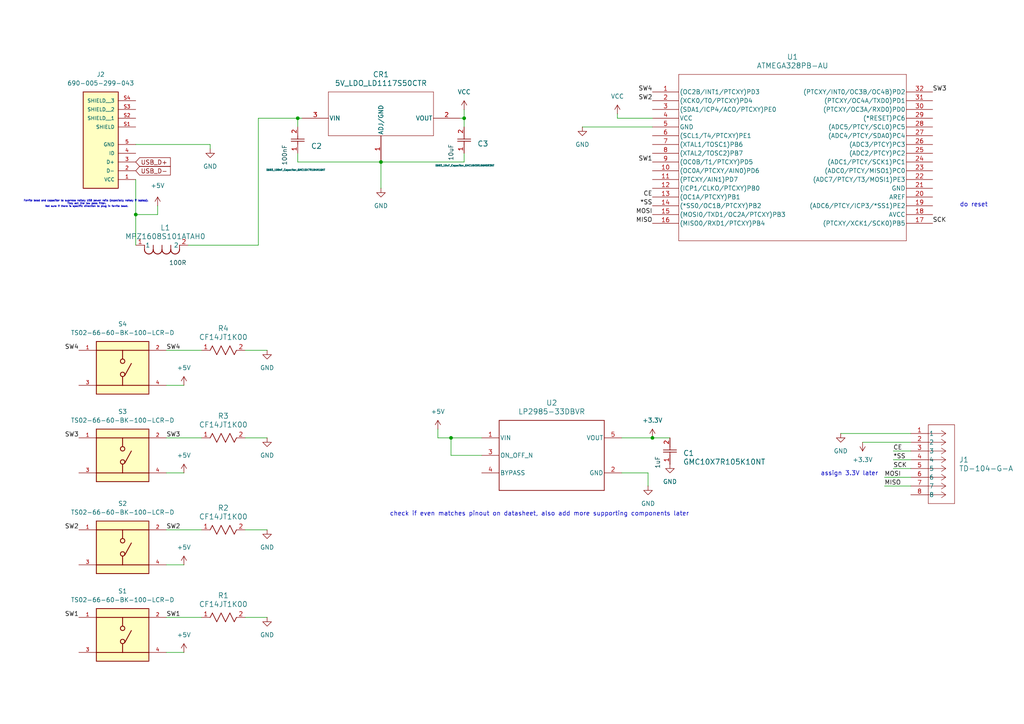
<source format=kicad_sch>
(kicad_sch (version 20231120) (generator "eeschema") (generator_version "8.0")
  (paper "A4")
  (lib_symbols
    (symbol "0603_1uF_X7R_Capacitor:GMC10X7R105K10NT" (pin_names (offset 0.254))
      (property "Reference" "C" (at 3.81 3.81 0))
      (property "Value" "GMC10X7R105K10NT" (at 3.81 -3.81 0))
      (symbol "GMC10X7R105K10NT_1_1"
        (polyline (pts (xy 2.54 0) (xy 3.4798 0)) (stroke (width 0.2032)))
        (polyline (pts (xy 3.4798 -1.905) (xy 3.4798 1.905)) (stroke (width 0.2032)))
        (polyline (pts (xy 4.1148 -1.905) (xy 4.1148 1.905)) (stroke (width 0.2032)))
        (polyline (pts (xy 4.1148 0) (xy 5.08 0)) (stroke (width 0.2032)))
        (text "1uF" (at 0.508 3.556 0) (effects (font (size 1.27 1.27))))
        (pin unspecified line (at 0 0 0) (length 2.54) (name "") (number "1"))
        (pin unspecified line (at 7.62 0 180) (length 2.54) (name "") (number "2"))
      )
      (symbol "GMC10X7R105K10NT_1_2"
        (polyline (pts (xy -1.905 -4.1148) (xy 1.905 -4.1148)) (stroke (width 0.2032)))
        (polyline (pts (xy -1.905 -3.4798) (xy 1.905 -3.4798)) (stroke (width 0.2032)))
        (polyline (pts (xy 0 -4.1148) (xy 0 -5.08)) (stroke (width 0.2032)))
        (polyline (pts (xy 0 -2.54) (xy 0 -3.4798)) (stroke (width 0.2032)))
        (pin unspecified line (at 0 0 270) (length 2.54) (name "") (number "1"))
        (pin unspecified line (at 0 -7.62 90) (length 2.54) (name "") (number "2"))
      )
    )
    (symbol "1000R_Resistor:CF14JT1K00" (pin_names (offset 0.254))
      (property "Reference" "R" (at 5.715 3.81 0))
      (property "Value" "CF14JT1K00" (at 6.35 -3.81 0))
      (symbol "CF14JT1K00_1_1"
        (polyline (pts (xy 2.54 0) (xy 3.175 1.27)) (stroke (width 0.2032)))
        (polyline (pts (xy 3.175 1.27) (xy 4.445 -1.27)) (stroke (width 0.2032)))
        (polyline (pts (xy 4.445 -1.27) (xy 5.715 1.27)) (stroke (width 0.2032)))
        (polyline (pts (xy 5.715 1.27) (xy 6.985 -1.27)) (stroke (width 0.2032)))
        (polyline (pts (xy 6.985 -1.27) (xy 8.255 1.27)) (stroke (width 0.2032)))
        (polyline (pts (xy 8.255 1.27) (xy 9.525 -1.27)) (stroke (width 0.2032)))
        (polyline (pts (xy 9.525 -1.27) (xy 10.16 0)) (stroke (width 0.2032)))
        (pin unspecified line (at 0 0 0) (length 2.54) (name "") (number "1"))
        (pin unspecified line (at 12.7 0 180) (length 2.54) (name "") (number "2"))
      )
      (symbol "CF14JT1K00_1_2"
        (polyline (pts (xy -1.27 3.175) (xy 1.27 4.445)) (stroke (width 0.2032)))
        (polyline (pts (xy -1.27 5.715) (xy 1.27 6.985)) (stroke (width 0.2032)))
        (polyline (pts (xy -1.27 8.255) (xy 1.27 9.525)) (stroke (width 0.2032)))
        (polyline (pts (xy 0 2.54) (xy -1.27 3.175)) (stroke (width 0.2032)))
        (polyline (pts (xy 1.27 4.445) (xy -1.27 5.715)) (stroke (width 0.2032)))
        (polyline (pts (xy 1.27 6.985) (xy -1.27 8.255)) (stroke (width 0.2032)))
        (polyline (pts (xy 1.27 9.525) (xy 0 10.16)) (stroke (width 0.2032)))
        (pin unspecified line (at 0 12.7 270) (length 2.54) (name "") (number "1"))
        (pin unspecified line (at 0 0 90) (length 2.54) (name "") (number "2"))
      )
    )
    (symbol "2_by_4_pin_header_TD-104-G-A:TD-104-G-A" (pin_names (offset 0.254))
      (property "Reference" "J" (at 8.89 6.35 0))
      (property "Value" "TD-104-G-A" (at -0.762 4.572 0))
      (symbol "TD-104-G-A_1_1"
        (polyline (pts (xy 5.08 -20.32) (xy 12.7 -20.32)) (stroke (width 0.127)))
        (polyline (pts (xy 5.08 2.54) (xy 5.08 -20.32)) (stroke (width 0.127)))
        (polyline (pts (xy 10.16 -17.78) (xy 5.08 -17.78)) (stroke (width 0.127)))
        (polyline (pts (xy 10.16 -17.78) (xy 8.89 -18.6267)) (stroke (width 0.127)))
        (polyline (pts (xy 10.16 -17.78) (xy 8.89 -16.9333)) (stroke (width 0.127)))
        (polyline (pts (xy 10.16 -15.24) (xy 5.08 -15.24)) (stroke (width 0.127)))
        (polyline (pts (xy 10.16 -15.24) (xy 8.89 -16.0867)) (stroke (width 0.127)))
        (polyline (pts (xy 10.16 -15.24) (xy 8.89 -14.3933)) (stroke (width 0.127)))
        (polyline (pts (xy 10.16 -12.7) (xy 5.08 -12.7)) (stroke (width 0.127)))
        (polyline (pts (xy 10.16 -12.7) (xy 8.89 -13.5467)) (stroke (width 0.127)))
        (polyline (pts (xy 10.16 -12.7) (xy 8.89 -11.8533)) (stroke (width 0.127)))
        (polyline (pts (xy 10.16 -10.16) (xy 5.08 -10.16)) (stroke (width 0.127)))
        (polyline (pts (xy 10.16 -10.16) (xy 8.89 -11.0067)) (stroke (width 0.127)))
        (polyline (pts (xy 10.16 -10.16) (xy 8.89 -9.3133)) (stroke (width 0.127)))
        (polyline (pts (xy 10.16 -7.62) (xy 5.08 -7.62)) (stroke (width 0.127)))
        (polyline (pts (xy 10.16 -7.62) (xy 8.89 -8.4667)) (stroke (width 0.127)))
        (polyline (pts (xy 10.16 -7.62) (xy 8.89 -6.7733)) (stroke (width 0.127)))
        (polyline (pts (xy 10.16 -5.08) (xy 5.08 -5.08)) (stroke (width 0.127)))
        (polyline (pts (xy 10.16 -5.08) (xy 8.89 -5.9267)) (stroke (width 0.127)))
        (polyline (pts (xy 10.16 -5.08) (xy 8.89 -4.2333)) (stroke (width 0.127)))
        (polyline (pts (xy 10.16 -2.54) (xy 5.08 -2.54)) (stroke (width 0.127)))
        (polyline (pts (xy 10.16 -2.54) (xy 8.89 -3.3867)) (stroke (width 0.127)))
        (polyline (pts (xy 10.16 -2.54) (xy 8.89 -1.6933)) (stroke (width 0.127)))
        (polyline (pts (xy 10.16 0) (xy 5.08 0)) (stroke (width 0.127)))
        (polyline (pts (xy 10.16 0) (xy 8.89 -0.8467)) (stroke (width 0.127)))
        (polyline (pts (xy 10.16 0) (xy 8.89 0.8467)) (stroke (width 0.127)))
        (polyline (pts (xy 12.7 -20.32) (xy 12.7 2.54)) (stroke (width 0.127)))
        (polyline (pts (xy 12.7 2.54) (xy 5.08 2.54)) (stroke (width 0.127)))
        (pin unspecified line (at 0 0 0) (length 5.08) (name "1") (number "1"))
        (pin unspecified line (at 0 -2.54 0) (length 5.08) (name "2") (number "2"))
        (pin unspecified line (at 0 -5.08 0) (length 5.08) (name "3") (number "3"))
        (pin unspecified line (at 0 -7.62 0) (length 5.08) (name "4") (number "4"))
        (pin unspecified line (at 0 -10.16 0) (length 5.08) (name "5") (number "5"))
        (pin unspecified line (at 0 -12.7 0) (length 5.08) (name "6") (number "6"))
        (pin unspecified line (at 0 -15.24 0) (length 5.08) (name "7") (number "7"))
        (pin unspecified line (at 0 -17.78 0) (length 5.08) (name "8") (number "8"))
      )
      (symbol "TD-104-G-A_1_2"
        (polyline (pts (xy 5.08 -20.32) (xy 12.7 -20.32)) (stroke (width 0.127)))
        (polyline (pts (xy 5.08 2.54) (xy 5.08 -20.32)) (stroke (width 0.127)))
        (polyline (pts (xy 7.62 -17.78) (xy 5.08 -17.78)) (stroke (width 0.127)))
        (polyline (pts (xy 7.62 -17.78) (xy 8.89 -18.6267)) (stroke (width 0.127)))
        (polyline (pts (xy 7.62 -17.78) (xy 8.89 -16.9333)) (stroke (width 0.127)))
        (polyline (pts (xy 7.62 -15.24) (xy 5.08 -15.24)) (stroke (width 0.127)))
        (polyline (pts (xy 7.62 -15.24) (xy 8.89 -16.0867)) (stroke (width 0.127)))
        (polyline (pts (xy 7.62 -15.24) (xy 8.89 -14.3933)) (stroke (width 0.127)))
        (polyline (pts (xy 7.62 -12.7) (xy 5.08 -12.7)) (stroke (width 0.127)))
        (polyline (pts (xy 7.62 -12.7) (xy 8.89 -13.5467)) (stroke (width 0.127)))
        (polyline (pts (xy 7.62 -12.7) (xy 8.89 -11.8533)) (stroke (width 0.127)))
        (polyline (pts (xy 7.62 -10.16) (xy 5.08 -10.16)) (stroke (width 0.127)))
        (polyline (pts (xy 7.62 -10.16) (xy 8.89 -11.0067)) (stroke (width 0.127)))
        (polyline (pts (xy 7.62 -10.16) (xy 8.89 -9.3133)) (stroke (width 0.127)))
        (polyline (pts (xy 7.62 -7.62) (xy 5.08 -7.62)) (stroke (width 0.127)))
        (polyline (pts (xy 7.62 -7.62) (xy 8.89 -8.4667)) (stroke (width 0.127)))
        (polyline (pts (xy 7.62 -7.62) (xy 8.89 -6.7733)) (stroke (width 0.127)))
        (polyline (pts (xy 7.62 -5.08) (xy 5.08 -5.08)) (stroke (width 0.127)))
        (polyline (pts (xy 7.62 -5.08) (xy 8.89 -5.9267)) (stroke (width 0.127)))
        (polyline (pts (xy 7.62 -5.08) (xy 8.89 -4.2333)) (stroke (width 0.127)))
        (polyline (pts (xy 7.62 -2.54) (xy 5.08 -2.54)) (stroke (width 0.127)))
        (polyline (pts (xy 7.62 -2.54) (xy 8.89 -3.3867)) (stroke (width 0.127)))
        (polyline (pts (xy 7.62 -2.54) (xy 8.89 -1.6933)) (stroke (width 0.127)))
        (polyline (pts (xy 7.62 0) (xy 5.08 0)) (stroke (width 0.127)))
        (polyline (pts (xy 7.62 0) (xy 8.89 -0.8467)) (stroke (width 0.127)))
        (polyline (pts (xy 7.62 0) (xy 8.89 0.8467)) (stroke (width 0.127)))
        (polyline (pts (xy 12.7 -20.32) (xy 12.7 2.54)) (stroke (width 0.127)))
        (polyline (pts (xy 12.7 2.54) (xy 5.08 2.54)) (stroke (width 0.127)))
        (pin unspecified line (at 0 0 0) (length 5.08) (name "1") (number "1"))
        (pin unspecified line (at 0 -2.54 0) (length 5.08) (name "2") (number "2"))
        (pin unspecified line (at 0 -5.08 0) (length 5.08) (name "3") (number "3"))
        (pin unspecified line (at 0 -7.62 0) (length 5.08) (name "4") (number "4"))
        (pin unspecified line (at 0 -10.16 0) (length 5.08) (name "5") (number "5"))
        (pin unspecified line (at 0 -12.7 0) (length 5.08) (name "6") (number "6"))
        (pin unspecified line (at 0 -15.24 0) (length 5.08) (name "7") (number "7"))
        (pin unspecified line (at 0 -17.78 0) (length 5.08) (name "8") (number "8"))
      )
    )
    (symbol "5V_to_3.3V_LDO_LP2985_33DBVR:LP2985-33DBVR" (pin_names (offset 0.254))
      (property "Reference" "U" (at 0 2.54 0))
      (property "Value" "LP2985-33DBVR" (at 0 0 0))
      (symbol "LP2985-33DBVR_0_1"
        (polyline (pts (xy -15.24 -10.16) (xy 15.24 -10.16)) (stroke (width 0.2032)))
        (polyline (pts (xy -15.24 10.16) (xy -15.24 -10.16)) (stroke (width 0.2032)))
        (polyline (pts (xy 15.24 -10.16) (xy 15.24 10.16)) (stroke (width 0.2032)))
        (polyline (pts (xy 15.24 10.16) (xy -15.24 10.16)) (stroke (width 0.2032)))
        (pin power_in line (at -20.32 5.08 0) (length 5.08) (name "VIN") (number "1"))
        (pin power_in line (at 20.32 -5.08 180) (length 5.08) (name "GND") (number "2"))
        (pin input line (at -20.32 0 0) (length 5.08) (name "ON_OFF_N") (number "3"))
        (pin unspecified line (at -20.32 -5.08 0) (length 5.08) (name "BYPASS") (number "4"))
        (pin power_in line (at 20.32 5.08 180) (length 5.08) (name "VOUT") (number "5"))
      )
    )
    (symbol "Snapeda:0603_100nF_Capacitor_GMC10X7R104M16NT" (pin_names (offset 0.254))
      (property "Reference" "C" (at 3.81 3.81 0))
      (property "Value" "0603_100nF_Capacitor_GMC10X7R104M16NT" (at 3.81 -3.81 0))
      (symbol "0603_100nF_Capacitor_GMC10X7R104M16NT_1_1"
        (polyline (pts (xy 2.54 0) (xy 3.4798 0)) (stroke (width 0.2032)))
        (polyline (pts (xy 3.4798 -1.905) (xy 3.4798 1.905)) (stroke (width 0.2032)))
        (polyline (pts (xy 4.1148 -1.905) (xy 4.1148 1.905)) (stroke (width 0.2032)))
        (polyline (pts (xy 4.1148 0) (xy 5.08 0)) (stroke (width 0.2032)))
        (text "100nF" (at -0.508 3.81 0) (effects (font (size 1.27 1.27))))
        (pin unspecified line (at 0 0 0) (length 2.54) (name "") (number "1"))
        (pin unspecified line (at 7.62 0 180) (length 2.54) (name "") (number "2"))
      )
      (symbol "0603_100nF_Capacitor_GMC10X7R104M16NT_1_2"
        (polyline (pts (xy -1.905 -4.1148) (xy 1.905 -4.1148)) (stroke (width 0.2032)))
        (polyline (pts (xy -1.905 -3.4798) (xy 1.905 -3.4798)) (stroke (width 0.2032)))
        (polyline (pts (xy 0 -4.1148) (xy 0 -5.08)) (stroke (width 0.2032)))
        (polyline (pts (xy 0 -2.54) (xy 0 -3.4798)) (stroke (width 0.2032)))
        (pin unspecified line (at 0 0 270) (length 2.54) (name "") (number "1"))
        (pin unspecified line (at 0 -7.62 90) (length 2.54) (name "") (number "2"))
      )
    )
    (symbol "Snapeda:0603_10uF_Capacitor_GMC10X5R106M6R3NT" (pin_names (offset 0.254))
      (property "Reference" "C" (at 3.81 3.81 0))
      (property "Value" "0603_10uF_Capacitor_GMC10X5R106M6R3NT" (at 3.81 -3.81 0))
      (symbol "0603_10uF_Capacitor_GMC10X5R106M6R3NT_1_1"
        (polyline (pts (xy 2.54 0) (xy 3.4798 0)) (stroke (width 0.2032)))
        (polyline (pts (xy 3.4798 -1.905) (xy 3.4798 1.905)) (stroke (width 0.2032)))
        (polyline (pts (xy 4.1148 -1.905) (xy 4.1148 1.905)) (stroke (width 0.2032)))
        (polyline (pts (xy 4.1148 0) (xy 5.08 0)) (stroke (width 0.2032)))
        (text "10uF" (at 0.254 3.81 0) (effects (font (size 1.27 1.27))))
        (pin unspecified line (at 0 0 0) (length 2.54) (name "") (number "1"))
        (pin unspecified line (at 7.62 0 180) (length 2.54) (name "") (number "2"))
      )
      (symbol "0603_10uF_Capacitor_GMC10X5R106M6R3NT_1_2"
        (polyline (pts (xy -1.905 -4.1148) (xy 1.905 -4.1148)) (stroke (width 0.2032)))
        (polyline (pts (xy -1.905 -3.4798) (xy 1.905 -3.4798)) (stroke (width 0.2032)))
        (polyline (pts (xy 0 -4.1148) (xy 0 -5.08)) (stroke (width 0.2032)))
        (polyline (pts (xy 0 -2.54) (xy 0 -3.4798)) (stroke (width 0.2032)))
        (pin unspecified line (at 0 0 270) (length 2.54) (name "") (number "1"))
        (pin unspecified line (at 0 -7.62 90) (length 2.54) (name "") (number "2"))
      )
    )
    (symbol "Snapeda:5V_LDO_LD1117S50CTR" (pin_names (offset 0.254))
      (property "Reference" "CR" (at 22.86 10.16 0))
      (property "Value" "5V_LDO_LD1117S50CTR" (at 22.86 7.62 0))
      (symbol "5V_LDO_LD1117S50CTR_0_1"
        (polyline (pts (xy 7.62 -7.62) (xy 38.1 -7.62)) (stroke (width 0.127)))
        (polyline (pts (xy 7.62 5.08) (xy 7.62 -7.62)) (stroke (width 0.127)))
        (polyline (pts (xy 38.1 -7.62) (xy 38.1 5.08)) (stroke (width 0.127)))
        (polyline (pts (xy 38.1 5.08) (xy 7.62 5.08)) (stroke (width 0.127)))
        (pin power_out line (at 22.86 -15.24 90) (length 7.62) (name "ADJ/GND") (number "1"))
        (pin power_in line (at 0 -2.54 0) (length 7.62) (name "VOUT") (number "2"))
        (pin power_in line (at 45.72 -2.54 180) (length 7.62) (name "VIN") (number "3"))
      )
    )
    (symbol "Snapeda:690-005-299-043" (pin_names (offset 1.016))
      (property "Reference" "J" (at -5.08 11.43 0))
      (property "Value" "690-005-299-043" (at -5.08 -19.05 0))
      (symbol "690-005-299-043_0_0"
        (rectangle (start -5.08 -17.78) (end 5.08 10.16) (stroke (width 0.254)) (fill (type background)))
        (pin power_in line (at -10.16 7.62 0) (length 5.08) (name "VCC") (number "1"))
        (pin bidirectional line (at -10.16 5.08 0) (length 5.08) (name "D-") (number "2"))
        (pin bidirectional line (at -10.16 2.54 0) (length 5.08) (name "D+") (number "3"))
        (pin bidirectional line (at -10.16 0 0) (length 5.08) (name "ID") (number "4"))
        (pin power_in line (at -10.16 -2.54 0) (length 5.08) (name "GND") (number "5"))
        (pin passive line (at -10.16 -7.62 0) (length 5.08) (name "SHIELD") (number "S1"))
        (pin passive line (at -10.16 -10.16 0) (length 5.08) (name "SHIELD__1") (number "S2"))
        (pin passive line (at -10.16 -12.7 0) (length 5.08) (name "SHIELD__2") (number "S3"))
        (pin passive line (at -10.16 -15.24 0) (length 5.08) (name "SHIELD__3") (number "S4"))
      )
    )
    (symbol "Snapeda:ATMEGA328PB-AU" (pin_names (offset 0.254))
      (property "Reference" "U" (at 39.624 10.668 0))
      (property "Value" "ATMEGA328PB-AU" (at 39.624 8.128 0))
      (symbol "ATMEGA328PB-AU_0_1"
        (polyline (pts (xy 7.62 -43.18) (xy 73.66 -43.18)) (stroke (width 0.127)))
        (polyline (pts (xy 7.62 5.08) (xy 7.62 -43.18)) (stroke (width 0.127)))
        (polyline (pts (xy 73.66 -43.18) (xy 73.66 5.08)) (stroke (width 0.127)))
        (polyline (pts (xy 73.66 5.08) (xy 7.62 5.08)) (stroke (width 0.127)))
        (pin bidirectional line (at 0 0 0) (length 7.62) (name "(OC2B/INT1/PTCXY)PD3") (number "1"))
        (pin bidirectional line (at 0 -22.86 0) (length 7.62) (name "(OC0A/PTCXY/AIN0)PD6") (number "10"))
        (pin bidirectional line (at 0 -25.4 0) (length 7.62) (name "(PTCXY/AIN1)PD7") (number "11"))
        (pin bidirectional line (at 0 -27.94 0) (length 7.62) (name "(ICP1/CLKO/PTCXY)PB0") (number "12"))
        (pin bidirectional line (at 0 -30.48 0) (length 7.62) (name "(OC1A/PTCXY)PB1") (number "13"))
        (pin bidirectional line (at 0 -33.02 0) (length 7.62) (name "(*SS0/OC1B/PTCXY)PB2") (number "14"))
        (pin bidirectional line (at 0 -35.56 0) (length 7.62) (name "(MOSI0/TXD1/OC2A/PTCXY)PB3") (number "15"))
        (pin bidirectional line (at 0 -38.1 0) (length 7.62) (name "(MISO0/RXD1/PTCXY)PB4") (number "16"))
        (pin bidirectional line (at 81.28 -38.1 180) (length 7.62) (name "(PTCXY/XCK1/SCK0)PB5") (number "17"))
        (pin power_in line (at 81.28 -35.56 180) (length 7.62) (name "AVCC") (number "18"))
        (pin bidirectional line (at 81.28 -33.02 180) (length 7.62) (name "(ADC6/PTCY/ICP3/*SS1)PE2") (number "19"))
        (pin bidirectional line (at 0 -2.54 0) (length 7.62) (name "(XCK0/T0/PTCXY)PD4") (number "2"))
        (pin bidirectional line (at 81.28 -30.48 180) (length 7.62) (name "AREF") (number "20"))
        (pin power_in line (at 81.28 -27.94 180) (length 7.62) (name "GND") (number "21"))
        (pin bidirectional line (at 81.28 -25.4 180) (length 7.62) (name "(ADC7/PTCY/T3/MOSI1)PE3") (number "22"))
        (pin bidirectional line (at 81.28 -22.86 180) (length 7.62) (name "(ADC0/PTCY/MISO1)PC0") (number "23"))
        (pin bidirectional line (at 81.28 -20.32 180) (length 7.62) (name "(ADC1/PTCY/SCK1)PC1") (number "24"))
        (pin bidirectional line (at 81.28 -17.78 180) (length 7.62) (name "(ADC2/PTCY)PC2") (number "25"))
        (pin bidirectional line (at 81.28 -15.24 180) (length 7.62) (name "(ADC3/PTCY)PC3") (number "26"))
        (pin bidirectional line (at 81.28 -12.7 180) (length 7.62) (name "(ADC4/PTCY/SDA0)PC4") (number "27"))
        (pin bidirectional line (at 81.28 -10.16 180) (length 7.62) (name "(ADC5/PTCY/SCL0)PC5") (number "28"))
        (pin bidirectional line (at 81.28 -7.62 180) (length 7.62) (name "(*RESET)PC6") (number "29"))
        (pin bidirectional line (at 0 -5.08 0) (length 7.62) (name "(SDA1/ICP4/ACO/PTCXY)PE0") (number "3"))
        (pin bidirectional line (at 81.28 -5.08 180) (length 7.62) (name "(PTCXY/OC3A/RXD0)PD0") (number "30"))
        (pin bidirectional line (at 81.28 -2.54 180) (length 7.62) (name "(PTCXY/OC4A/TXD0)PD1") (number "31"))
        (pin bidirectional line (at 81.28 0 180) (length 7.62) (name "(PTCXY/INT0/OC3B/OC4B)PD2") (number "32"))
        (pin power_in line (at 0 -7.62 0) (length 7.62) (name "VCC") (number "4"))
        (pin power_in line (at 0 -10.16 0) (length 7.62) (name "GND") (number "5"))
        (pin bidirectional line (at 0 -12.7 0) (length 7.62) (name "(SCL1/T4/PTCXY)PE1") (number "6"))
        (pin bidirectional line (at 0 -15.24 0) (length 7.62) (name "(XTAL1/TOSC1)PB6") (number "7"))
        (pin bidirectional line (at 0 -17.78 0) (length 7.62) (name "(XTAL2/TOSC2)PB7") (number "8"))
        (pin bidirectional line (at 0 -20.32 0) (length 7.62) (name "(OC0B/T1/PTCXY)PD5") (number "9"))
      )
    )
    (symbol "Snapeda:MPZ1608S101ATAH0" (pin_names (offset 0.254))
      (property "Reference" "L" (at 6.985 5.08 0))
      (property "Value" "MPZ1608S101ATAH0" (at 6.985 -2.54 0))
      (symbol "MPZ1608S101ATAH0_1_1"
        (polyline (pts (xy 2.54 0) (xy 2.54 1.27)) (stroke (width 0.2032)))
        (polyline (pts (xy 5.08 0) (xy 5.08 1.27)) (stroke (width 0.2032)))
        (polyline (pts (xy 7.62 0) (xy 7.62 1.27)) (stroke (width 0.2032)))
        (polyline (pts (xy 10.16 0) (xy 10.16 1.27)) (stroke (width 0.2032)))
        (polyline (pts (xy 12.7 0) (xy 12.7 1.27)) (stroke (width 0.2032)))
        (arc (start 5.08 1.27) (mid 3.81 2.54) (end 2.54 1.27) (stroke (width 0.254)))
        (arc (start 7.62 1.27) (mid 6.35 2.54) (end 5.08 1.27) (stroke (width 0.254)))
        (arc (start 10.16 1.27) (mid 8.89 2.54) (end 7.62 1.27) (stroke (width 0.254)))
        (arc (start 12.7 1.27) (mid 11.43 2.54) (end 10.16 1.27) (stroke (width 0.254)))
        (text "100R\n" (at 3.048 5.08 0) (effects (font (size 1.27 1.27))))
        (pin unspecified line (at 15.24 0 180) (length 2.54) (name "1") (number "1"))
        (pin unspecified line (at 0 0 0) (length 2.54) (name "2") (number "2"))
      )
      (symbol "MPZ1608S101ATAH0_1_2"
        (arc (start -1.27 5.08) (mid -2.54 3.81) (end -1.27 2.54) (stroke (width 0.254)))
        (arc (start -1.27 7.62) (mid -2.54 6.35) (end -1.27 5.08) (stroke (width 0.254)))
        (arc (start -1.27 10.16) (mid -2.54 8.89) (end -1.27 7.62) (stroke (width 0.254)))
        (arc (start -1.27 12.7) (mid -2.54 11.43) (end -1.27 10.16) (stroke (width 0.254)))
        (polyline (pts (xy 0 2.54) (xy -1.27 2.54)) (stroke (width 0.2032)))
        (polyline (pts (xy 0 5.08) (xy -1.27 5.08)) (stroke (width 0.2032)))
        (polyline (pts (xy 0 7.62) (xy -1.27 7.62)) (stroke (width 0.2032)))
        (polyline (pts (xy 0 10.16) (xy -1.27 10.16)) (stroke (width 0.2032)))
        (polyline (pts (xy 0 12.7) (xy -1.27 12.7)) (stroke (width 0.2032)))
        (pin unspecified line (at 0 15.24 270) (length 2.54) (name "1") (number "1"))
        (pin unspecified line (at 0 0 90) (length 2.54) (name "2") (number "2"))
      )
    )
    (symbol "TS02-66-60-BK-100-LCR-D:TS02-66-60-BK-100-LCR-D" (pin_names (offset 1.016))
      (property "Reference" "S" (at -7.62 8.382 0))
      (property "Value" "TS02-66-60-BK-100-LCR-D" (at -7.62 -8.382 0))
      (symbol "TS02-66-60-BK-100-LCR-D_0_0"
        (rectangle (start -7.62 -7.62) (end 7.62 7.62) (stroke (width 0.254)) (fill (type background)))
        (circle (center 0 -1.905) (radius 0.635) (stroke (width 0.254)))
        (polyline (pts (xy 0 -5.08) (xy -7.62 -5.08)) (stroke (width 0.254)))
        (polyline (pts (xy 0 -5.08) (xy 7.62 -5.08)) (stroke (width 0.254)))
        (polyline (pts (xy 0 -2.54) (xy 0 -5.08)) (stroke (width 0.254)))
        (polyline (pts (xy 0 5.08) (xy -7.62 5.08)) (stroke (width 0.254)))
        (polyline (pts (xy 0 5.08) (xy 0 2.54)) (stroke (width 0.254)))
        (polyline (pts (xy 0 5.08) (xy 7.62 5.08)) (stroke (width 0.254)))
        (polyline (pts (xy 0.635 -2.2225) (xy 2.54 1.27)) (stroke (width 0.254)))
        (circle (center 0 1.905) (radius 0.635) (stroke (width 0.254)))
        (pin passive line (at -12.7 5.08 0) (length 5.08) (name "~") (number "1"))
        (pin passive line (at 12.7 5.08 180) (length 5.08) (name "~") (number "2"))
        (pin passive line (at -12.7 -5.08 0) (length 5.08) (name "~") (number "3"))
        (pin passive line (at 12.7 -5.08 180) (length 5.08) (name "~") (number "4"))
      )
    )
    (symbol "power:+3.3V" (power) (pin_numbers hide) (pin_names (offset 0) hide)
      (property "Value" "+3.3V" (at 0 3.556 0))
      (symbol "+3.3V_0_1"
        (polyline (pts (xy -0.762 1.27) (xy 0 2.54)))
        (polyline (pts (xy 0 0) (xy 0 2.54)))
        (polyline (pts (xy 0 2.54) (xy 0.762 1.27)))
      )
      (symbol "+3.3V_1_1"
        (pin power_in line (at 0 0 90) (length 0) (name "~") (number "1"))
      )
    )
    (symbol "power:+5V" (power) (pin_numbers hide) (pin_names (offset 0) hide)
      (property "Value" "+5V" (at 0 3.556 0))
      (symbol "+5V_0_1"
        (polyline (pts (xy -0.762 1.27) (xy 0 2.54)))
        (polyline (pts (xy 0 0) (xy 0 2.54)))
        (polyline (pts (xy 0 2.54) (xy 0.762 1.27)))
      )
      (symbol "+5V_1_1"
        (pin power_in line (at 0 0 90) (length 0) (name "~") (number "1"))
      )
    )
    (symbol "power:GND" (power) (pin_numbers hide) (pin_names (offset 0) hide)
      (property "Value" "GND" (at 0 -3.81 0))
      (symbol "GND_0_1"
        (polyline (pts (xy 0 0) (xy 0 -1.27) (xy 1.27 -1.27) (xy 0 -2.54) (xy -1.27 -1.27) (xy 0 -1.27)))
      )
      (symbol "GND_1_1"
        (pin power_in line (at 0 0 270) (length 0) (name "~") (number "1"))
      )
    )
    (symbol "power:VCC" (power) (pin_numbers hide) (pin_names (offset 0) hide)
      (property "Value" "VCC" (at 0 3.556 0))
      (symbol "VCC_0_1"
        (polyline (pts (xy -0.762 1.27) (xy 0 2.54)))
        (polyline (pts (xy 0 0) (xy 0 2.54)))
        (polyline (pts (xy 0 2.54) (xy 0.762 1.27)))
      )
      (symbol "VCC_1_1"
        (pin power_in line (at 0 0 90) (length 0) (name "~") (number "1"))
      )
    )
  )
  (junction (at 110.49 46.99))
  (junction (at 134.62 34.29))
  (junction (at 130.81 127))
  (junction (at 39.37 62.23))
  (junction (at 86.36 34.29))
  (junction (at 189.23 127))
  (wire (pts (xy 259.08 130.81) (xy 264.16 130.81)))
  (wire (pts (xy 250.19 128.27) (xy 264.16 128.27)))
  (wire (pts (xy 134.62 46.99) (xy 134.62 44.45)))
  (wire (pts (xy 48.26 189.23) (xy 53.34 189.23)))
  (wire (pts (xy 87.63 34.29) (xy 86.36 34.29)))
  (wire (pts (xy 259.08 133.35) (xy 264.16 133.35)))
  (wire (pts (xy 187.96 137.16) (xy 187.96 140.97)))
  (wire (pts (xy 48.26 179.07) (xy 58.42 179.07)))
  (wire (pts (xy 179.07 33.02) (xy 179.07 34.29)))
  (wire (pts (xy 110.49 46.99) (xy 110.49 54.61)))
  (wire (pts (xy 189.23 127) (xy 194.31 127)))
  (wire (pts (xy 39.37 71.12) (xy 39.37 62.23)))
  (wire (pts (xy 71.12 179.07) (xy 77.47 179.07)))
  (wire (pts (xy 54.61 71.12) (xy 74.93 71.12)))
  (wire (pts (xy 134.62 36.83) (xy 134.62 34.29)))
  (wire (pts (xy 71.12 127) (xy 77.47 127)))
  (wire (pts (xy 48.26 101.6) (xy 58.42 101.6)))
  (wire (pts (xy 86.36 46.99) (xy 110.49 46.99)))
  (wire (pts (xy 74.93 71.12) (xy 74.93 34.29)))
  (wire (pts (xy 134.62 34.29) (xy 133.35 34.29)))
  (wire (pts (xy 48.26 153.67) (xy 58.42 153.67)))
  (wire (pts (xy 139.7 132.08) (xy 130.81 132.08)))
  (wire (pts (xy 130.81 132.08) (xy 130.81 127)))
  (wire (pts (xy 127 127) (xy 130.81 127)))
  (wire (pts (xy 243.84 125.73) (xy 264.16 125.73)))
  (wire (pts (xy 110.49 46.99) (xy 134.62 46.99)))
  (wire (pts (xy 39.37 62.23) (xy 45.72 62.23)))
  (wire (pts (xy 86.36 34.29) (xy 86.36 36.83)))
  (wire (pts (xy 127 124.46) (xy 127 127)))
  (wire (pts (xy 39.37 41.91) (xy 60.96 41.91)))
  (wire (pts (xy 259.08 135.89) (xy 264.16 135.89)))
  (wire (pts (xy 48.26 163.83) (xy 53.34 163.83)))
  (wire (pts (xy 134.62 31.75) (xy 134.62 34.29)))
  (wire (pts (xy 48.26 111.76) (xy 53.34 111.76)))
  (wire (pts (xy 180.34 137.16) (xy 187.96 137.16)))
  (wire (pts (xy 179.07 34.29) (xy 189.23 34.29)))
  (wire (pts (xy 74.93 34.29) (xy 86.36 34.29)))
  (wire (pts (xy 48.26 127) (xy 58.42 127)))
  (wire (pts (xy 180.34 127) (xy 189.23 127)))
  (wire (pts (xy 48.26 137.16) (xy 53.34 137.16)))
  (wire (pts (xy 256.54 140.97) (xy 264.16 140.97)))
  (wire (pts (xy 168.91 36.83) (xy 189.23 36.83)))
  (wire (pts (xy 256.54 138.43) (xy 264.16 138.43)))
  (wire (pts (xy 71.12 153.67) (xy 77.47 153.67)))
  (wire (pts (xy 86.36 44.45) (xy 86.36 46.99)))
  (wire (pts (xy 60.96 41.91) (xy 60.96 43.18)))
  (wire (pts (xy 130.81 127) (xy 139.7 127)))
  (wire (pts (xy 39.37 62.23) (xy 39.37 52.07)))
  (wire (pts (xy 71.12 101.6) (xy 77.47 101.6)))
  (wire (pts (xy 45.72 59.69) (xy 45.72 62.23)))
  (text "check if even matches pinout on datasheet, also add more supporting components later\n" (at 156.464 149.098 0) (effects (font (size 1.27 1.27))))
  (text "assign 3.3V later" (at 246.38 137.414 0) (effects (font (size 1.27 1.27))))
  (text "Ferrite bead and capacitor to suprress noisey USB power rails (especially noisey if laptop). \nThey act like low pass filter.\nNot sure if there is specific direction to plug in ferrite bead." (at 25.146 59.182 0) (effects (font (size 0.508 0.508))))
  (text "do reset" (at 282.448 59.436 0) (effects (font (size 1.27 1.27))))
  (label "SW1" (at 22.86 179.07 180))
  (label "SW1" (at 189.23 46.99 180))
  (label "MISO" (at 256.54 140.97 0))
  (label "SW3" (at 48.26 127 0))
  (label "SCK" (at 270.51 64.77 0))
  (label "SW2" (at 48.26 153.67 0))
  (label "CE" (at 189.23 57.15 180))
  (label "SW4" (at 22.86 101.6 180))
  (label "MOSI" (at 189.23 62.23 180))
  (label "SW2" (at 189.23 29.21 180))
  (label "SW4" (at 48.26 101.6 0))
  (label "SW3" (at 270.51 26.67 0))
  (label "SW1" (at 48.26 179.07 0))
  (label "MISO" (at 189.23 64.77 180))
  (label "*SS" (at 189.23 59.69 180))
  (label "CE" (at 259.08 130.81 0))
  (label "SCK" (at 259.08 135.89 0))
  (label "*SS" (at 259.08 133.35 0))
  (label "SW2" (at 22.86 153.67 180))
  (label "MOSI" (at 256.54 138.43 0))
  (label "SW3" (at 22.86 127 180))
  (label "SW4" (at 189.23 26.67 180))
  (global_label "USB_D-" (shape input) (at 39.37 49.53 0) (property "Intersheetrefs" "${INTERSHEET_REFS}" (effects (hide yes))))
  (global_label "USB_D+" (shape input) (at 39.37 46.99 0) (property "Intersheetrefs" "${INTERSHEET_REFS}" (effects (hide yes))))
  (symbol (lib_id "power:GND") (at 168.91 36.83 0) (unit 1)
    (property "Reference" "#PWR07" (effects (hide yes)))
    (property "Value" "GND" (at 168.91 41.91 0))
    (property "Description" "Power symbol creates a global label with name \"GND\" , ground" (effects (hide yes)))
  )
  (symbol (lib_id "power:+3.3V") (at 189.23 127 0) (unit 1)
    (property "Reference" "#PWR012" (effects (hide yes)))
    (property "Value" "+3.3V" (at 189.23 121.92 0))
    (property "Description" "Power symbol creates a global label with name \"+3.3V\"" (effects (hide yes)))
  )
  (symbol (lib_id "power:GND") (at 77.47 153.67 0) (unit 1)
    (property "Reference" "#PWR03" (effects (hide yes)))
    (property "Value" "GND" (at 77.47 158.75 0))
    (property "Description" "Power symbol creates a global label with name \"GND\" , ground" (effects (hide yes)))
  )
  (symbol (lib_id "2_by_4_pin_header_TD-104-G-A:TD-104-G-A") (at 264.16 125.73 0) (unit 1)
    (property "Reference" "J1" (at 278.13 133.3499 0) (effects (font (size 1.524 1.524)) (justify left)))
    (property "Value" "TD-104-G-A" (at 278.13 135.8899 0) (effects (font (size 1.524 1.524)) (justify left)))
    (property "Footprint" "2_by_4_pin_header_TD-104-G-A:CON8_2X4_TU_HTS_SAI" (effects (hide yes)))
    (property "Datasheet" "TD-104-G-A" (effects (hide yes)))
  )
  (symbol (lib_id "1000R_Resistor:CF14JT1K00") (at 58.42 179.07 0) (unit 1)
    (property "Reference" "R1" (at 64.77 172.72 0) (effects (font (size 1.524 1.524))))
    (property "Value" "CF14JT1K00" (at 64.77 175.26 0) (effects (font (size 1.524 1.524))))
    (property "Footprint" "1000R_Resistor:STA_CF14_STP" (effects (hide yes)))
    (property "Datasheet" "CF14JT1K00" (effects (hide yes)))
  )
  (symbol (lib_id "power:+5V") (at 53.34 189.23 0) (unit 1)
    (property "Reference" "#PWR0101" (effects (hide yes)))
    (property "Value" "+5V" (at 53.34 184.15 0))
    (property "Description" "Power symbol creates a global label with name \"+5V\"" (effects (hide yes)))
  )
  (symbol (lib_id "power:GND") (at 110.49 54.61 0) (unit 1)
    (property "Reference" "#PWR017" (effects (hide yes)))
    (property "Value" "GND" (at 110.49 59.69 0))
    (property "Description" "Power symbol creates a global label with name \"GND\" , ground" (effects (hide yes)))
  )
  (symbol (lib_id "Snapeda:0603_10uF_Capacitor_GMC10X5R106M6R3NT") (at 134.62 44.45 90) (unit 1)
    (property "Reference" "C3" (at 138.43 41.6818 90) (effects (font (size 1.524 1.524)) (justify right)))
    (property "Value" "0603_10uF_Capacitor_GMC10X5R106M6R3NT" (at 126.238 48.006 90) (effects (font (size 0.508 0.508)) (justify right)))
    (property "Footprint" "Snapeda:CAP_GMC10_CCE" (effects (hide yes)))
    (property "Datasheet" "GMC10X5R106M6R3NT" (effects (hide yes)))
  )
  (symbol (lib_id "power:VCC") (at 134.62 31.75 0) (unit 1)
    (property "Reference" "#PWR018" (effects (hide yes)))
    (property "Value" "VCC" (at 134.62 26.67 0))
    (property "Description" "Power symbol creates a global label with name \"VCC\"" (effects (hide yes)))
  )
  (symbol (lib_id "power:GND") (at 194.31 134.62 0) (unit 1)
    (property "Reference" "#PWR013" (effects (hide yes)))
    (property "Value" "GND" (at 194.31 139.7 0))
    (property "Description" "Power symbol creates a global label with name \"GND\" , ground" (effects (hide yes)))
  )
  (symbol (lib_id "1000R_Resistor:CF14JT1K00") (at 58.42 153.67 0) (unit 1)
    (property "Reference" "R2" (at 64.77 147.32 0) (effects (font (size 1.524 1.524))))
    (property "Value" "CF14JT1K00" (at 64.77 149.86 0) (effects (font (size 1.524 1.524))))
    (property "Footprint" "1000R_Resistor:STA_CF14_STP" (effects (hide yes)))
    (property "Datasheet" "CF14JT1K00" (effects (hide yes)))
  )
  (symbol (lib_id "1000R_Resistor:CF14JT1K00") (at 58.42 101.6 0) (unit 1)
    (property "Reference" "R4" (at 64.77 95.25 0) (effects (font (size 1.524 1.524))))
    (property "Value" "CF14JT1K00" (at 64.77 97.79 0) (effects (font (size 1.524 1.524))))
    (property "Footprint" "1000R_Resistor:STA_CF14_STP" (effects (hide yes)))
    (property "Datasheet" "CF14JT1K00" (effects (hide yes)))
  )
  (symbol (lib_id "Snapeda:5V_LDO_LD1117S50CTR") (at 133.35 31.75 0) (mirror y) (unit 1)
    (property "Reference" "CR1" (at 110.49 21.59 0) (effects (font (size 1.524 1.524))))
    (property "Value" "5V_LDO_LD1117S50CTR" (at 110.49 24.13 0) (effects (font (size 1.524 1.524))))
    (property "Footprint" "Snapeda:SOT-223_STM" (effects (hide yes)))
    (property "Datasheet" "LD1117S50CTR" (effects (hide yes)))
  )
  (symbol (lib_id "power:+3.3V") (at 250.19 128.27 180) (unit 1)
    (property "Reference" "#PWR09" (effects (hide yes)))
    (property "Value" "+3.3V" (at 250.19 133.35 0))
    (property "Description" "Power symbol creates a global label with name \"+3.3V\"" (effects (hide yes)))
  )
  (symbol (lib_id "1000R_Resistor:CF14JT1K00") (at 58.42 127 0) (unit 1)
    (property "Reference" "R3" (at 64.77 120.65 0) (effects (font (size 1.524 1.524))))
    (property "Value" "CF14JT1K00" (at 64.77 123.19 0) (effects (font (size 1.524 1.524))))
    (property "Footprint" "1000R_Resistor:STA_CF14_STP" (effects (hide yes)))
    (property "Datasheet" "CF14JT1K00" (effects (hide yes)))
  )
  (symbol (lib_id "TS02-66-60-BK-100-LCR-D:TS02-66-60-BK-100-LCR-D") (at 35.56 184.15 0) (unit 1)
    (property "Reference" "S1" (at 35.56 171.45 0))
    (property "Value" "TS02-66-60-BK-100-LCR-D" (at 35.56 173.99 0))
    (property "Footprint" "TS02_66_60_BK_100_LCR_D:SW_TS02-66-60-BK-100-LCR-D" (effects (hide yes)))
    (property "PARTREV" "1.0" (effects (hide yes)))
    (property "MANUFACTURER" "CUI Devices" (effects (hide yes)))
    (property "STANDARD" "Manufacturer Recommendations" (effects (hide yes)))
  )
  (symbol (lib_id "power:+5V") (at 127 124.46 0) (unit 1)
    (property "Reference" "#PWR010" (effects (hide yes)))
    (property "Value" "+5V" (at 127 119.38 0))
    (property "Description" "Power symbol creates a global label with name \"+5V\"" (effects (hide yes)))
  )
  (symbol (lib_id "TS02-66-60-BK-100-LCR-D:TS02-66-60-BK-100-LCR-D") (at 35.56 106.68 0) (unit 1)
    (property "Reference" "S4" (at 35.56 93.98 0))
    (property "Value" "TS02-66-60-BK-100-LCR-D" (at 35.56 96.52 0))
    (property "Footprint" "TS02_66_60_BK_100_LCR_D:SW_TS02-66-60-BK-100-LCR-D" (effects (hide yes)))
    (property "PARTREV" "1.0" (effects (hide yes)))
    (property "MANUFACTURER" "CUI Devices" (effects (hide yes)))
    (property "STANDARD" "Manufacturer Recommendations" (effects (hide yes)))
  )
  (symbol (lib_id "TS02-66-60-BK-100-LCR-D:TS02-66-60-BK-100-LCR-D") (at 35.56 158.75 0) (unit 1)
    (property "Reference" "S2" (at 35.56 146.05 0))
    (property "Value" "TS02-66-60-BK-100-LCR-D" (at 35.56 148.59 0))
    (property "Footprint" "TS02_66_60_BK_100_LCR_D:SW_TS02-66-60-BK-100-LCR-D" (effects (hide yes)))
    (property "PARTREV" "1.0" (effects (hide yes)))
    (property "MANUFACTURER" "CUI Devices" (effects (hide yes)))
    (property "STANDARD" "Manufacturer Recommendations" (effects (hide yes)))
  )
  (symbol (lib_id "Snapeda:0603_100nF_Capacitor_GMC10X7R104M16NT") (at 86.36 44.45 90) (unit 1)
    (property "Reference" "C2" (at 90.17 42.3652 90) (effects (font (size 1.524 1.524)) (justify right)))
    (property "Value" "0603_100nF_Capacitor_GMC10X7R104M16NT" (at 77.216 49.276 90) (effects (font (size 0.508 0.508)) (justify right)))
    (property "Footprint" "Snapeda:CAP_GMC10_CCE" (effects (hide yes)))
    (property "Datasheet" "GMC10X7R104M16NT" (effects (hide yes)))
  )
  (symbol (lib_id "power:+5V") (at 53.34 111.76 0) (unit 1)
    (property "Reference" "#PWR05" (effects (hide yes)))
    (property "Value" "+5V" (at 53.34 106.68 0))
    (property "Description" "Power symbol creates a global label with name \"+5V\"" (effects (hide yes)))
  )
  (symbol (lib_id "Snapeda:690-005-299-043") (at 29.21 44.45 180) (unit 1)
    (property "Reference" "J2" (at 29.21 21.59 0))
    (property "Value" "690-005-299-043" (at 29.21 24.13 0))
    (property "Footprint" "Snapeda:690-005-299-043_EDAC_690-005-299-043" (effects (hide yes)))
    (property "PARTREV" "11" (effects (hide yes)))
    (property "MANUFACTURER" "EDAC" (effects (hide yes)))
    (property "MAXIMUM_PACKAGE_HEIGHT" "3.98mm" (effects (hide yes)))
    (property "STANDARD" "Manufacturer Recommendations" (effects (hide yes)))
  )
  (symbol (lib_id "5V_to_3.3V_LDO_LP2985_33DBVR:LP2985-33DBVR") (at 160.02 132.08 0) (unit 1)
    (property "Reference" "U2" (at 160.02 116.84 0) (effects (font (size 1.524 1.524))))
    (property "Value" "LP2985-33DBVR" (at 160.02 119.38 0) (effects (font (size 1.524 1.524))))
    (property "Footprint" "5V_to_3.3V_LDO_LP2985_33DBVR:DBV0005A_N" (effects (hide yes)))
    (property "Datasheet" "LP2985-33DBVR" (effects (hide yes)))
  )
  (symbol (lib_id "Snapeda:ATMEGA328PB-AU") (at 189.23 26.67 0) (unit 1)
    (property "Reference" "U1" (at 229.87 16.51 0) (effects (font (size 1.524 1.524))))
    (property "Value" "ATMEGA328PB-AU" (at 229.87 19.05 0) (effects (font (size 1.524 1.524))))
    (property "Footprint" "Snapeda:32A_MCH" (effects (hide yes)))
    (property "Datasheet" "ATMEGA328PB-AU" (effects (hide yes)))
  )
  (symbol (lib_id "TS02-66-60-BK-100-LCR-D:TS02-66-60-BK-100-LCR-D") (at 35.56 132.08 0) (unit 1)
    (property "Reference" "S3" (at 35.56 119.38 0))
    (property "Value" "TS02-66-60-BK-100-LCR-D" (at 35.56 121.92 0))
    (property "Footprint" "TS02_66_60_BK_100_LCR_D:SW_TS02-66-60-BK-100-LCR-D" (effects (hide yes)))
    (property "PARTREV" "1.0" (effects (hide yes)))
    (property "MANUFACTURER" "CUI Devices" (effects (hide yes)))
    (property "STANDARD" "Manufacturer Recommendations" (effects (hide yes)))
  )
  (symbol (lib_id "power:GND") (at 77.47 127 0) (unit 1)
    (property "Reference" "#PWR02" (effects (hide yes)))
    (property "Value" "GND" (at 77.47 132.08 0))
    (property "Description" "Power symbol creates a global label with name \"GND\" , ground" (effects (hide yes)))
  )
  (symbol (lib_id "power:+5V") (at 45.72 59.69 0) (unit 1)
    (property "Reference" "#PWR015" (effects (hide yes)))
    (property "Value" "+5V" (at 45.72 53.848 0))
    (property "Description" "Power symbol creates a global label with name \"+5V\"" (effects (hide yes)))
  )
  (symbol (lib_id "power:GND") (at 60.96 43.18 0) (unit 1)
    (property "Reference" "#PWR014" (effects (hide yes)))
    (property "Value" "GND" (at 60.96 48.26 0))
    (property "Description" "Power symbol creates a global label with name \"GND\" , ground" (effects (hide yes)))
  )
  (symbol (lib_id "power:+5V") (at 53.34 163.83 0) (unit 1)
    (property "Reference" "#PWR0102" (effects (hide yes)))
    (property "Value" "+5V" (at 53.34 158.75 0))
    (property "Description" "Power symbol creates a global label with name \"+5V\"" (effects (hide yes)))
  )
  (symbol (lib_id "0603_1uF_X7R_Capacitor:GMC10X7R105K10NT") (at 194.31 134.62 90) (unit 1)
    (property "Reference" "C1" (at 198.12 131.4224 90) (effects (font (size 1.524 1.524)) (justify right)))
    (property "Value" "GMC10X7R105K10NT" (at 198.12 133.9624 90) (effects (font (size 1.524 1.524)) (justify right)))
    (property "Footprint" "0603_1uF_X7R_Capacitor:CAP_GMC10_CCE" (effects (hide yes)))
    (property "Datasheet" "GMC10X7R105K10NT" (effects (hide yes)))
  )
  (symbol (lib_id "Snapeda:MPZ1608S101ATAH0") (at 54.61 71.12 180) (unit 1)
    (property "Reference" "L1" (at 47.9527 66.04 0) (effects (font (size 1.524 1.524))))
    (property "Value" "MPZ1608S101ATAH0" (at 47.9527 68.58 0) (effects (font (size 1.524 1.524))))
    (property "Footprint" "Snapeda:IND_1608_TDK" (effects (hide yes)))
    (property "Datasheet" "MPZ1608S101ATAH0" (effects (hide yes)))
  )
  (symbol (lib_id "power:GND") (at 243.84 125.73 0) (unit 1)
    (property "Reference" "#PWR08" (effects (hide yes)))
    (property "Value" "GND" (at 243.84 130.81 0))
    (property "Description" "Power symbol creates a global label with name \"GND\" , ground" (effects (hide yes)))
  )
  (symbol (lib_id "power:GND") (at 187.96 140.97 0) (unit 1)
    (property "Reference" "#PWR011" (effects (hide yes)))
    (property "Value" "GND" (at 187.96 146.05 0))
    (property "Description" "Power symbol creates a global label with name \"GND\" , ground" (effects (hide yes)))
  )
  (symbol (lib_id "power:GND") (at 77.47 179.07 0) (unit 1)
    (property "Reference" "#PWR04" (effects (hide yes)))
    (property "Value" "GND" (at 77.47 184.15 0))
    (property "Description" "Power symbol creates a global label with name \"GND\" , ground" (effects (hide yes)))
  )
  (symbol (lib_id "power:GND") (at 77.47 101.6 0) (unit 1)
    (property "Reference" "#PWR01" (effects (hide yes)))
    (property "Value" "GND" (at 77.47 106.68 0))
    (property "Description" "Power symbol creates a global label with name \"GND\" , ground" (effects (hide yes)))
  )
  (symbol (lib_id "power:+5V") (at 53.34 137.16 0) (unit 1)
    (property "Reference" "#PWR0103" (effects (hide yes)))
    (property "Value" "+5V" (at 53.34 132.08 0))
    (property "Description" "Power symbol creates a global label with name \"+5V\"" (effects (hide yes)))
  )
  (symbol (lib_id "power:VCC") (at 179.07 33.02 0) (unit 1)
    (property "Reference" "#PWR06" (effects (hide yes)))
    (property "Value" "VCC" (at 179.07 27.94 0))
    (property "Description" "Power symbol creates a global label with name \"VCC\"" (effects (hide yes)))
  )
)
</source>
